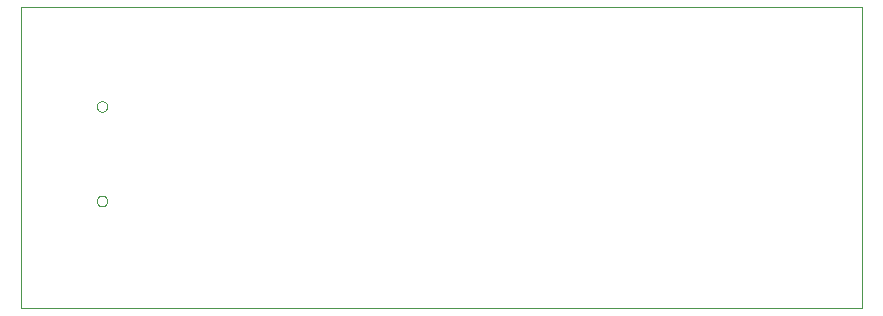
<source format=gbp>
G75*
%MOIN*%
%OFA0B0*%
%FSLAX24Y24*%
%IPPOS*%
%LPD*%
%AMOC8*
5,1,8,0,0,1.08239X$1,22.5*
%
%ADD10C,0.0000*%
D10*
X004240Y017780D02*
X004240Y027820D01*
X032280Y027820D01*
X032280Y017780D01*
X004240Y017780D01*
X006763Y021364D02*
X006765Y021390D01*
X006771Y021416D01*
X006780Y021440D01*
X006793Y021463D01*
X006810Y021483D01*
X006829Y021501D01*
X006851Y021516D01*
X006874Y021527D01*
X006899Y021535D01*
X006925Y021539D01*
X006951Y021539D01*
X006977Y021535D01*
X007002Y021527D01*
X007026Y021516D01*
X007047Y021501D01*
X007066Y021483D01*
X007083Y021463D01*
X007096Y021440D01*
X007105Y021416D01*
X007111Y021390D01*
X007113Y021364D01*
X007111Y021338D01*
X007105Y021312D01*
X007096Y021288D01*
X007083Y021265D01*
X007066Y021245D01*
X007047Y021227D01*
X007025Y021212D01*
X007002Y021201D01*
X006977Y021193D01*
X006951Y021189D01*
X006925Y021189D01*
X006899Y021193D01*
X006874Y021201D01*
X006850Y021212D01*
X006829Y021227D01*
X006810Y021245D01*
X006793Y021265D01*
X006780Y021288D01*
X006771Y021312D01*
X006765Y021338D01*
X006763Y021364D01*
X006763Y024514D02*
X006765Y024540D01*
X006771Y024566D01*
X006780Y024590D01*
X006793Y024613D01*
X006810Y024633D01*
X006829Y024651D01*
X006851Y024666D01*
X006874Y024677D01*
X006899Y024685D01*
X006925Y024689D01*
X006951Y024689D01*
X006977Y024685D01*
X007002Y024677D01*
X007026Y024666D01*
X007047Y024651D01*
X007066Y024633D01*
X007083Y024613D01*
X007096Y024590D01*
X007105Y024566D01*
X007111Y024540D01*
X007113Y024514D01*
X007111Y024488D01*
X007105Y024462D01*
X007096Y024438D01*
X007083Y024415D01*
X007066Y024395D01*
X007047Y024377D01*
X007025Y024362D01*
X007002Y024351D01*
X006977Y024343D01*
X006951Y024339D01*
X006925Y024339D01*
X006899Y024343D01*
X006874Y024351D01*
X006850Y024362D01*
X006829Y024377D01*
X006810Y024395D01*
X006793Y024415D01*
X006780Y024438D01*
X006771Y024462D01*
X006765Y024488D01*
X006763Y024514D01*
M02*

</source>
